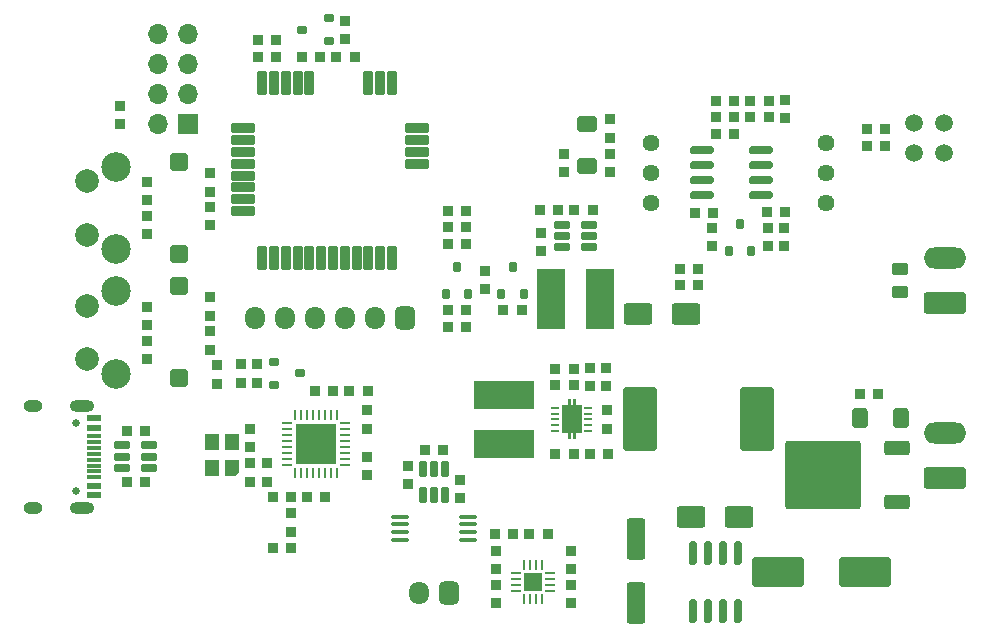
<source format=gts>
G04 #@! TF.GenerationSoftware,KiCad,Pcbnew,8.0.2-8.0.2-0~ubuntu23.10.1*
G04 #@! TF.CreationDate,2024-05-02T10:32:58+07:00*
G04 #@! TF.ProjectId,Node_Analog,4e6f6465-5f41-46e6-916c-6f672e6b6963,rev?*
G04 #@! TF.SameCoordinates,Original*
G04 #@! TF.FileFunction,Soldermask,Top*
G04 #@! TF.FilePolarity,Negative*
%FSLAX46Y46*%
G04 Gerber Fmt 4.6, Leading zero omitted, Abs format (unit mm)*
G04 Created by KiCad (PCBNEW 8.0.2-8.0.2-0~ubuntu23.10.1) date 2024-05-02 10:32:58*
%MOMM*%
%LPD*%
G01*
G04 APERTURE LIST*
G04 Aperture macros list*
%AMRoundRect*
0 Rectangle with rounded corners*
0 $1 Rounding radius*
0 $2 $3 $4 $5 $6 $7 $8 $9 X,Y pos of 4 corners*
0 Add a 4 corners polygon primitive as box body*
4,1,4,$2,$3,$4,$5,$6,$7,$8,$9,$2,$3,0*
0 Add four circle primitives for the rounded corners*
1,1,$1+$1,$2,$3*
1,1,$1+$1,$4,$5*
1,1,$1+$1,$6,$7*
1,1,$1+$1,$8,$9*
0 Add four rect primitives between the rounded corners*
20,1,$1+$1,$2,$3,$4,$5,0*
20,1,$1+$1,$4,$5,$6,$7,0*
20,1,$1+$1,$6,$7,$8,$9,0*
20,1,$1+$1,$8,$9,$2,$3,0*%
%AMFreePoly0*
4,1,21,-0.125000,1.200000,0.125000,1.200000,0.125000,1.700000,0.375000,1.700000,0.375000,1.200000,0.825000,1.200000,0.825000,-1.200000,0.375000,-1.200000,0.375000,-1.700000,0.125000,-1.700000,0.125000,-1.200000,-0.125000,-1.200000,-0.125000,-1.700000,-0.375000,-1.700000,-0.375000,-1.200000,-0.825000,-1.200000,-0.825000,1.200000,-0.375000,1.200000,-0.375000,1.700000,-0.125000,1.700000,
-0.125000,1.200000,-0.125000,1.200000,$1*%
%AMFreePoly1*
4,1,18,-0.700000,0.540000,-0.695433,0.562961,-0.682426,0.582426,-0.662961,0.595433,-0.640000,0.600000,0.640000,0.600000,0.662961,0.595433,0.682426,0.582426,0.695433,0.562961,0.700000,0.540000,0.700000,-0.540000,0.695433,-0.562961,0.682426,-0.582426,0.662961,-0.595433,0.640000,-0.600000,-0.400000,-0.600000,-0.700000,-0.300000,-0.700000,0.540000,-0.700000,0.540000,$1*%
G04 Aperture macros list end*
%ADD10RoundRect,0.085000X-0.365000X0.340000X-0.365000X-0.340000X0.365000X-0.340000X0.365000X0.340000X0*%
%ADD11RoundRect,0.090000X-0.210000X0.885000X-0.210000X-0.885000X0.210000X-0.885000X0.210000X0.885000X0*%
%ADD12RoundRect,0.290000X1.160000X2.410000X-1.160000X2.410000X-1.160000X-2.410000X1.160000X-2.410000X0*%
%ADD13RoundRect,0.090000X-0.560000X-0.210000X0.560000X-0.210000X0.560000X0.210000X-0.560000X0.210000X0*%
%ADD14RoundRect,0.090000X0.210000X-0.360000X0.210000X0.360000X-0.210000X0.360000X-0.210000X-0.360000X0*%
%ADD15C,1.440000*%
%ADD16RoundRect,0.100000X0.637500X0.100000X-0.637500X0.100000X-0.637500X-0.100000X0.637500X-0.100000X0*%
%ADD17RoundRect,0.085000X0.340000X0.365000X-0.340000X0.365000X-0.340000X-0.365000X0.340000X-0.365000X0*%
%ADD18RoundRect,0.085000X0.365000X-0.340000X0.365000X0.340000X-0.365000X0.340000X-0.365000X-0.340000X0*%
%ADD19C,2.000000*%
%ADD20C,2.500000*%
%ADD21RoundRect,0.062500X-0.375000X-0.062500X0.375000X-0.062500X0.375000X0.062500X-0.375000X0.062500X0*%
%ADD22RoundRect,0.062500X-0.062500X-0.375000X0.062500X-0.375000X0.062500X0.375000X-0.062500X0.375000X0*%
%ADD23R,1.600000X1.600000*%
%ADD24RoundRect,0.090000X0.210000X-0.560000X0.210000X0.560000X-0.210000X0.560000X-0.210000X-0.560000X0*%
%ADD25RoundRect,0.085000X-0.340000X-0.365000X0.340000X-0.365000X0.340000X0.365000X-0.340000X0.365000X0*%
%ADD26RoundRect,0.250000X-1.950000X-1.000000X1.950000X-1.000000X1.950000X1.000000X-1.950000X1.000000X0*%
%ADD27RoundRect,0.150000X-0.600000X0.600000X-0.600000X-0.600000X0.600000X-0.600000X0.600000X0.600000X0*%
%ADD28RoundRect,0.425000X-0.425000X0.550000X-0.425000X-0.550000X0.425000X-0.550000X0.425000X0.550000X0*%
%ADD29O,1.700000X1.950000*%
%ADD30R,1.700000X1.700000*%
%ADD31O,1.700000X1.700000*%
%ADD32RoundRect,0.100000X-0.575000X0.400000X-0.575000X-0.400000X0.575000X-0.400000X0.575000X0.400000X0*%
%ADD33RoundRect,0.180000X1.020000X0.720000X-1.020000X0.720000X-1.020000X-0.720000X1.020000X-0.720000X0*%
%ADD34RoundRect,0.250000X1.550000X-0.650000X1.550000X0.650000X-1.550000X0.650000X-1.550000X-0.650000X0*%
%ADD35O,3.600000X1.800000*%
%ADD36RoundRect,0.062500X0.062500X-0.375000X0.062500X0.375000X-0.062500X0.375000X-0.062500X-0.375000X0*%
%ADD37RoundRect,0.062500X0.375000X-0.062500X0.375000X0.062500X-0.375000X0.062500X-0.375000X-0.062500X0*%
%ADD38R,3.450000X3.450000*%
%ADD39RoundRect,0.102000X-0.350000X0.900000X-0.350000X-0.900000X0.350000X-0.900000X0.350000X0.900000X0*%
%ADD40RoundRect,0.102000X-0.900000X-0.350000X0.900000X-0.350000X0.900000X0.350000X-0.900000X0.350000X0*%
%ADD41RoundRect,0.090000X0.885000X0.210000X-0.885000X0.210000X-0.885000X-0.210000X0.885000X-0.210000X0*%
%ADD42C,0.650000*%
%ADD43R,1.300000X0.600000*%
%ADD44R,1.300000X0.300000*%
%ADD45O,2.100000X1.000000*%
%ADD46O,1.600000X1.000000*%
%ADD47RoundRect,0.090000X-0.360000X-0.210000X0.360000X-0.210000X0.360000X0.210000X-0.360000X0.210000X0*%
%ADD48RoundRect,0.090000X0.360000X0.210000X-0.360000X0.210000X-0.360000X-0.210000X0.360000X-0.210000X0*%
%ADD49RoundRect,0.060000X-0.240000X-0.060000X0.240000X-0.060000X0.240000X0.060000X-0.240000X0.060000X0*%
%ADD50FreePoly0,0.000000*%
%ADD51RoundRect,0.090000X0.560000X0.210000X-0.560000X0.210000X-0.560000X-0.210000X0.560000X-0.210000X0*%
%ADD52RoundRect,0.250000X0.400000X0.600000X-0.400000X0.600000X-0.400000X-0.600000X0.400000X-0.600000X0*%
%ADD53RoundRect,0.250000X-0.550000X1.500000X-0.550000X-1.500000X0.550000X-1.500000X0.550000X1.500000X0*%
%ADD54R,5.100000X2.350000*%
%ADD55FreePoly1,90.000000*%
%ADD56RoundRect,0.060000X0.540000X-0.640000X0.540000X0.640000X-0.540000X0.640000X-0.540000X-0.640000X0*%
%ADD57RoundRect,0.250000X0.850000X0.350000X-0.850000X0.350000X-0.850000X-0.350000X0.850000X-0.350000X0*%
%ADD58RoundRect,0.249997X2.950003X2.650003X-2.950003X2.650003X-2.950003X-2.650003X2.950003X-2.650003X0*%
%ADD59RoundRect,0.250000X0.600000X-0.400000X0.600000X0.400000X-0.600000X0.400000X-0.600000X-0.400000X0*%
%ADD60R,2.350000X5.100000*%
%ADD61C,1.500000*%
G04 APERTURE END LIST*
D10*
X158350000Y-85317500D03*
X158350000Y-86867500D03*
D11*
X160555000Y-112825000D03*
X159285000Y-112825000D03*
X158015000Y-112825000D03*
X156745000Y-112825000D03*
X156745000Y-117775000D03*
X158015000Y-117775000D03*
X159285000Y-117775000D03*
X160555000Y-117775000D03*
D12*
X162150000Y-101550000D03*
X152250000Y-101550000D03*
D13*
X108412500Y-103750000D03*
X108412500Y-104700000D03*
X108412500Y-105650000D03*
X110687500Y-105650000D03*
X110687500Y-104700000D03*
X110687500Y-103750000D03*
D14*
X159750000Y-87280000D03*
X161650000Y-87280000D03*
X160700000Y-85005000D03*
D10*
X149450000Y-100775000D03*
X149450000Y-102325000D03*
D15*
X153200000Y-83220000D03*
X153200000Y-80680000D03*
X153200000Y-78140000D03*
D16*
X137662500Y-111725000D03*
X137662500Y-111075000D03*
X137662500Y-110425000D03*
X137662500Y-109775000D03*
X131937500Y-109775000D03*
X131937500Y-110425000D03*
X131937500Y-111075000D03*
X131937500Y-111725000D03*
D17*
X135575000Y-104150000D03*
X134025000Y-104150000D03*
D18*
X146400000Y-117112500D03*
X146400000Y-115562500D03*
X115800000Y-95650000D03*
X115800000Y-94100000D03*
D19*
X105400000Y-91950000D03*
X105400000Y-96450000D03*
D20*
X107900000Y-90700000D03*
X107900000Y-97700000D03*
D21*
X141762500Y-114537500D03*
X141762500Y-115037500D03*
X141762500Y-115537500D03*
X141762500Y-116037500D03*
D22*
X142450000Y-116725000D03*
X142950000Y-116725000D03*
X143450000Y-116725000D03*
X143950000Y-116725000D03*
D21*
X144637500Y-116037500D03*
X144637500Y-115537500D03*
X144637500Y-115037500D03*
X144637500Y-114537500D03*
D22*
X143950000Y-113850000D03*
X143450000Y-113850000D03*
X142950000Y-113850000D03*
X142450000Y-113850000D03*
D23*
X143200000Y-115287500D03*
D24*
X133850000Y-107987500D03*
X134800000Y-107987500D03*
X135750000Y-107987500D03*
X135750000Y-105712500D03*
X134800000Y-105712500D03*
X133850000Y-105712500D03*
D17*
X146625000Y-98650000D03*
X145075000Y-98650000D03*
D25*
X124050000Y-108150000D03*
X125600000Y-108150000D03*
D17*
X158425000Y-84030000D03*
X156875000Y-84030000D03*
D25*
X155625000Y-90200000D03*
X157175000Y-90200000D03*
D26*
X163900000Y-114450000D03*
X171300000Y-114450000D03*
D27*
X113250000Y-79750000D03*
X113250000Y-87550000D03*
D17*
X146625000Y-104450000D03*
X145075000Y-104450000D03*
D10*
X120650000Y-105275000D03*
X120650000Y-106825000D03*
X149700000Y-76145000D03*
X149700000Y-77695000D03*
D28*
X136075000Y-116250000D03*
D29*
X133535000Y-116250000D03*
D14*
X135800000Y-90937500D03*
X137700000Y-90937500D03*
X136750000Y-88662500D03*
D18*
X122650000Y-111050000D03*
X122650000Y-109500000D03*
D30*
X114000000Y-76575000D03*
D31*
X111460000Y-76575000D03*
X114000000Y-74035000D03*
X111460000Y-74035000D03*
X114000000Y-71495000D03*
X111460000Y-71495000D03*
X114000000Y-68955000D03*
X111460000Y-68955000D03*
D32*
X174250000Y-88850000D03*
X174250000Y-90750000D03*
D10*
X139100000Y-88975000D03*
X139100000Y-90525000D03*
D18*
X137000000Y-108225000D03*
X137000000Y-106675000D03*
D17*
X128075000Y-70850000D03*
X126525000Y-70850000D03*
D10*
X116450000Y-96975000D03*
X116450000Y-98525000D03*
D18*
X110500000Y-82975000D03*
X110500000Y-81425000D03*
D33*
X160600000Y-109800000D03*
X156550000Y-109800000D03*
D17*
X137525000Y-83875000D03*
X135975000Y-83875000D03*
D18*
X119250000Y-106825000D03*
X119250000Y-105275000D03*
D17*
X163125000Y-75950000D03*
X161575000Y-75950000D03*
X122725000Y-112400000D03*
X121175000Y-112400000D03*
X146625000Y-97250000D03*
X145075000Y-97250000D03*
D25*
X127625000Y-99125000D03*
X129175000Y-99125000D03*
D34*
X178100000Y-91710000D03*
D35*
X178100000Y-87900000D03*
D17*
X148225000Y-83800000D03*
X146675000Y-83800000D03*
X122725000Y-108150000D03*
X121175000Y-108150000D03*
D25*
X108775000Y-106850000D03*
X110325000Y-106850000D03*
D17*
X173025000Y-77000000D03*
X171475000Y-77000000D03*
D18*
X110525000Y-93550000D03*
X110525000Y-92000000D03*
D34*
X178100000Y-106500000D03*
D35*
X178100000Y-102690000D03*
D36*
X123050000Y-106062500D03*
X123550000Y-106062500D03*
X124050000Y-106062500D03*
X124550000Y-106062500D03*
X125050000Y-106062500D03*
X125550000Y-106062500D03*
X126050000Y-106062500D03*
X126550000Y-106062500D03*
D37*
X127237500Y-105375000D03*
X127237500Y-104875000D03*
X127237500Y-104375000D03*
X127237500Y-103875000D03*
X127237500Y-103375000D03*
X127237500Y-102875000D03*
X127237500Y-102375000D03*
X127237500Y-101875000D03*
D36*
X126550000Y-101187500D03*
X126050000Y-101187500D03*
X125550000Y-101187500D03*
X125050000Y-101187500D03*
X124550000Y-101187500D03*
X124050000Y-101187500D03*
X123550000Y-101187500D03*
X123050000Y-101187500D03*
D37*
X122362500Y-101875000D03*
X122362500Y-102375000D03*
X122362500Y-102875000D03*
X122362500Y-103375000D03*
X122362500Y-103875000D03*
X122362500Y-104375000D03*
X122362500Y-104875000D03*
X122362500Y-105375000D03*
D38*
X124800000Y-103625000D03*
D39*
X120250000Y-87855000D03*
X121250000Y-87855000D03*
X122250000Y-87855000D03*
X123250000Y-87855000D03*
X124250000Y-87855000D03*
X125250000Y-87855000D03*
X126250000Y-87855000D03*
X127250000Y-87855000D03*
X128250000Y-87855000D03*
X129250000Y-87855000D03*
X130250000Y-87855000D03*
X131250000Y-87855000D03*
D40*
X133385000Y-79900000D03*
X133385000Y-78900000D03*
X133385000Y-77900000D03*
X133385000Y-76900000D03*
D39*
X131250000Y-73055000D03*
X130250000Y-73055000D03*
X129250000Y-73055000D03*
X124250000Y-73055000D03*
X123250000Y-73055000D03*
X122250000Y-73055000D03*
X121250000Y-73055000D03*
X120250000Y-73055000D03*
D40*
X118585000Y-76900000D03*
X118585000Y-77900000D03*
X118585000Y-78900000D03*
X118585000Y-79900000D03*
X118585000Y-80900000D03*
X118585000Y-81900000D03*
X118585000Y-82900000D03*
X118585000Y-83900000D03*
D41*
X162475000Y-82585000D03*
X162475000Y-81315000D03*
X162475000Y-80045000D03*
X162475000Y-78775000D03*
X157525000Y-78775000D03*
X157525000Y-80045000D03*
X157525000Y-81315000D03*
X157525000Y-82585000D03*
D25*
X161575000Y-74550000D03*
X163125000Y-74550000D03*
X158675000Y-74550000D03*
X160225000Y-74550000D03*
X142875000Y-111287500D03*
X144425000Y-111287500D03*
X155625000Y-88800000D03*
X157175000Y-88800000D03*
D18*
X146400000Y-114212500D03*
X146400000Y-112662500D03*
D42*
X104500000Y-101810000D03*
X104500000Y-107590000D03*
D43*
X106025000Y-101450000D03*
X106025000Y-102250000D03*
D44*
X106025000Y-103450000D03*
X106025000Y-104450000D03*
X106025000Y-104950000D03*
X106025000Y-105950000D03*
D43*
X106025000Y-107150000D03*
X106025000Y-107950000D03*
X106025000Y-107950000D03*
X106025000Y-107150000D03*
D44*
X106025000Y-106450000D03*
X106025000Y-105450000D03*
X106025000Y-103950000D03*
X106025000Y-102950000D03*
D43*
X106025000Y-102250000D03*
X106025000Y-101450000D03*
D45*
X105030000Y-100380000D03*
D46*
X100850000Y-100380000D03*
D45*
X105030000Y-109020000D03*
D46*
X100850000Y-109020000D03*
D18*
X110525000Y-96450000D03*
X110525000Y-94900000D03*
X119850000Y-98425000D03*
X119850000Y-96875000D03*
D17*
X137525000Y-93700000D03*
X135975000Y-93700000D03*
D18*
X149700000Y-80595000D03*
X149700000Y-79045000D03*
D47*
X121212500Y-96700000D03*
X121212500Y-98600000D03*
X123487500Y-97650000D03*
D48*
X125937500Y-69500000D03*
X125937500Y-67600000D03*
X123662500Y-68550000D03*
D19*
X105400000Y-81400000D03*
X105400000Y-85900000D03*
D20*
X107900000Y-80150000D03*
X107900000Y-87150000D03*
D18*
X143900000Y-87325000D03*
X143900000Y-85775000D03*
D28*
X132320000Y-92950000D03*
D29*
X129780000Y-92950000D03*
X127240000Y-92950000D03*
X124700000Y-92950000D03*
X122160000Y-92950000D03*
X119620000Y-92950000D03*
D10*
X149400000Y-97175000D03*
X149400000Y-98725000D03*
D18*
X163050000Y-86867500D03*
X163050000Y-85317500D03*
D49*
X145050000Y-100550000D03*
X145050000Y-101050000D03*
X145050000Y-101550000D03*
X145050000Y-102050000D03*
X145050000Y-102550000D03*
X147850000Y-102550000D03*
X147850000Y-102050000D03*
X147850000Y-101550000D03*
X147850000Y-101050000D03*
X147850000Y-100550000D03*
D50*
X146450000Y-101550000D03*
D18*
X115800000Y-82275000D03*
X115800000Y-80725000D03*
X127300000Y-69325000D03*
X127300000Y-67775000D03*
D25*
X135975000Y-85275000D03*
X137525000Y-85275000D03*
D18*
X132600000Y-107025000D03*
X132600000Y-105475000D03*
X145800000Y-80595000D03*
X145800000Y-79045000D03*
D17*
X160225000Y-75950000D03*
X158675000Y-75950000D03*
D51*
X147937500Y-86950000D03*
X147937500Y-86000000D03*
X147937500Y-85050000D03*
X145662500Y-85050000D03*
X145662500Y-86000000D03*
X145662500Y-86950000D03*
D14*
X140500000Y-90937500D03*
X142400000Y-90937500D03*
X141450000Y-88662500D03*
D52*
X174350000Y-101400000D03*
X170850000Y-101400000D03*
D25*
X135975000Y-92300000D03*
X137525000Y-92300000D03*
D17*
X126275000Y-99125000D03*
X124725000Y-99125000D03*
D25*
X123625000Y-70850000D03*
X125175000Y-70850000D03*
D33*
X156100000Y-92600000D03*
X152050000Y-92600000D03*
D18*
X115800000Y-85125000D03*
X115800000Y-83575000D03*
D25*
X108775000Y-102550000D03*
X110325000Y-102550000D03*
D53*
X151900000Y-111700000D03*
X151900000Y-117100000D03*
D18*
X164500000Y-76025000D03*
X164500000Y-74475000D03*
D25*
X162975000Y-83992500D03*
X164525000Y-83992500D03*
X147975000Y-104450000D03*
X149525000Y-104450000D03*
D10*
X119250000Y-102375000D03*
X119250000Y-103925000D03*
D54*
X140725000Y-99475000D03*
X140725000Y-103625000D03*
D18*
X140050000Y-117112500D03*
X140050000Y-115562500D03*
D17*
X141525000Y-111287500D03*
X139975000Y-111287500D03*
X145325000Y-83800000D03*
X143775000Y-83800000D03*
D25*
X119910000Y-69450000D03*
X121460000Y-69450000D03*
X158675000Y-77350000D03*
X160225000Y-77350000D03*
D27*
X113250000Y-90275000D03*
X113250000Y-98075000D03*
D18*
X110500000Y-85875000D03*
X110500000Y-84325000D03*
D15*
X168000000Y-83230000D03*
X168000000Y-80690000D03*
X168000000Y-78150000D03*
D18*
X108200000Y-76575000D03*
X108200000Y-75025000D03*
D10*
X129100000Y-100775000D03*
X129100000Y-102325000D03*
D17*
X173025000Y-78400000D03*
X171475000Y-78400000D03*
D55*
X117700000Y-105700000D03*
D56*
X117700000Y-103500000D03*
X116000000Y-103500000D03*
X116000000Y-105700000D03*
D57*
X174000000Y-108527500D03*
D58*
X167700000Y-106247500D03*
D57*
X174000000Y-103967500D03*
D59*
X147750000Y-80070000D03*
X147750000Y-76570000D03*
D10*
X129100000Y-104725000D03*
X129100000Y-106275000D03*
D25*
X119910000Y-70850000D03*
X121460000Y-70850000D03*
D18*
X164450000Y-86867500D03*
X164450000Y-85317500D03*
X140050000Y-114212500D03*
X140050000Y-112662500D03*
X118450000Y-98425000D03*
X118450000Y-96875000D03*
D17*
X172425000Y-99400000D03*
X170875000Y-99400000D03*
D18*
X148000000Y-98725000D03*
X148000000Y-97175000D03*
X115800000Y-92750000D03*
X115800000Y-91200000D03*
D60*
X144725000Y-91350000D03*
X148875000Y-91350000D03*
D17*
X137525000Y-86675000D03*
X135975000Y-86675000D03*
X142225000Y-92300000D03*
X140675000Y-92300000D03*
D61*
X177975000Y-78970000D03*
X177975000Y-76430000D03*
X175435000Y-78970000D03*
X175435000Y-76430000D03*
M02*

</source>
